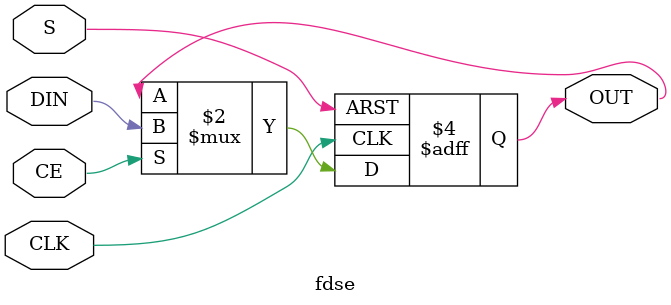
<source format=v>
module fdse (DIN, CE, CLK, S, OUT);
 (* SDF_ALIAS = "D" *)
 input  wire DIN;
 input  wire CE;
 input  wire CLK;
 input  wire S;
 (* SDF_ALIAS = "Q" *)
 output reg  OUT;

 always @(posedge CLK or posedge S)
  if      (S)   OUT <= 1'd0;
  else if (CE)  OUT <= DIN;

endmodule

</source>
